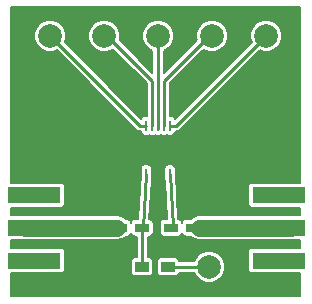
<source format=gbr>
G04 #@! TF.FileFunction,Copper,L1,Top,Signal*
%FSLAX46Y46*%
G04 Gerber Fmt 4.6, Leading zero omitted, Abs format (unit mm)*
G04 Created by KiCad (PCBNEW 4.0.7) date 11/11/17 18:30:26*
%MOMM*%
%LPD*%
G01*
G04 APERTURE LIST*
%ADD10C,0.100000*%
%ADD11C,0.762000*%
%ADD12R,4.500000X1.400000*%
%ADD13R,1.200000X0.750000*%
%ADD14R,1.200000X0.900000*%
%ADD15C,2.000000*%
%ADD16R,0.230000X0.950000*%
%ADD17C,0.250000*%
%ADD18C,1.400000*%
%ADD19C,0.127000*%
G04 APERTURE END LIST*
D10*
D11*
X78867000Y-85471000D03*
X75311000Y-85471000D03*
X70611000Y-85470000D03*
X66611000Y-85470000D03*
X82611000Y-81470000D03*
X78867000Y-81407000D03*
X75184000Y-81407000D03*
X70611000Y-81470000D03*
X66611000Y-81470000D03*
X62611000Y-81470000D03*
X82611000Y-77470000D03*
X78867000Y-77470000D03*
X75057000Y-77470000D03*
X70611000Y-77470000D03*
X66611000Y-77470000D03*
D12*
X83094000Y-86379000D03*
X83094000Y-89154000D03*
X83094000Y-91929000D03*
D13*
X73980000Y-89154000D03*
X75880000Y-89154000D03*
X71562000Y-89154000D03*
X69662000Y-89154000D03*
D14*
X71544000Y-92456000D03*
X73744000Y-92456000D03*
D15*
X82042000Y-72898000D03*
X77470000Y-72898000D03*
X72898000Y-72898000D03*
X68326000Y-72898000D03*
X63754000Y-72898000D03*
D16*
X72898000Y-80500000D03*
X72898000Y-84600000D03*
X72398000Y-84600000D03*
X71898000Y-84600000D03*
X73398000Y-84600000D03*
X73898000Y-84600000D03*
X72398000Y-80500000D03*
X71898000Y-80500000D03*
X73398000Y-80500000D03*
X73898000Y-80500000D03*
D12*
X62393000Y-86379000D03*
X62393000Y-89154000D03*
X62393000Y-91929000D03*
D15*
X77216000Y-92456000D03*
D11*
X62611000Y-77470000D03*
D17*
X73898000Y-84600000D02*
X74152000Y-88982000D01*
X74152000Y-88982000D02*
X73980000Y-89154000D01*
D18*
X84110000Y-89154000D02*
X76388000Y-89154000D01*
D17*
X71562000Y-89154000D02*
X71562000Y-92438000D01*
X71562000Y-92438000D02*
X71544000Y-92456000D01*
X71898000Y-84600000D02*
X71644000Y-89072000D01*
X71644000Y-89072000D02*
X71562000Y-89154000D01*
D18*
X69408000Y-89154000D02*
X61631000Y-89154000D01*
D17*
X77216000Y-92456000D02*
X73744000Y-92456000D01*
X73898000Y-80500000D02*
X74440000Y-80500000D01*
X74440000Y-80500000D02*
X82042000Y-72898000D01*
X82042000Y-72898000D02*
X81754000Y-72898000D01*
X73398000Y-80500000D02*
X73398000Y-76716000D01*
X73398000Y-76716000D02*
X77470000Y-72644000D01*
X72898000Y-80754000D02*
X72898000Y-72898000D01*
X72398000Y-80500000D02*
X72398000Y-76716000D01*
X72398000Y-76716000D02*
X68326000Y-72644000D01*
X71898000Y-80500000D02*
X71356000Y-80500000D01*
X71356000Y-80500000D02*
X63754000Y-72898000D01*
D19*
G36*
X84919790Y-85318871D02*
X80844000Y-85318871D01*
X80713108Y-85343500D01*
X80592893Y-85420857D01*
X80512244Y-85538890D01*
X80483871Y-85679000D01*
X80483871Y-87079000D01*
X80508500Y-87209892D01*
X80585857Y-87330107D01*
X80703890Y-87410756D01*
X80844000Y-87439129D01*
X84919790Y-87439129D01*
X84919790Y-88093871D01*
X80844000Y-88093871D01*
X80807229Y-88100790D01*
X76388000Y-88100790D01*
X75984954Y-88180961D01*
X75643268Y-88409268D01*
X75636851Y-88418871D01*
X75280000Y-88418871D01*
X75149108Y-88443500D01*
X75028893Y-88520857D01*
X74948244Y-88638890D01*
X74930372Y-88727145D01*
X74915500Y-88648108D01*
X74838143Y-88527893D01*
X74720110Y-88447244D01*
X74598590Y-88422636D01*
X74375409Y-84572327D01*
X74373129Y-84563554D01*
X74373129Y-84125000D01*
X74348500Y-83994108D01*
X74271143Y-83873893D01*
X74153110Y-83793244D01*
X74013000Y-83764871D01*
X73783000Y-83764871D01*
X73652108Y-83789500D01*
X73531893Y-83866857D01*
X73451244Y-83984890D01*
X73422871Y-84125000D01*
X73422871Y-84611310D01*
X73420591Y-84627673D01*
X73422871Y-84667007D01*
X73422871Y-85075000D01*
X73447500Y-85205892D01*
X73454761Y-85217176D01*
X73640346Y-88418871D01*
X73380000Y-88418871D01*
X73249108Y-88443500D01*
X73128893Y-88520857D01*
X73048244Y-88638890D01*
X73019871Y-88779000D01*
X73019871Y-89529000D01*
X73044500Y-89659892D01*
X73121857Y-89780107D01*
X73239890Y-89860756D01*
X73380000Y-89889129D01*
X74580000Y-89889129D01*
X74710892Y-89864500D01*
X74831107Y-89787143D01*
X74911756Y-89669110D01*
X74929628Y-89580855D01*
X74944500Y-89659892D01*
X75021857Y-89780107D01*
X75139890Y-89860756D01*
X75280000Y-89889129D01*
X75636851Y-89889129D01*
X75643268Y-89898732D01*
X75984954Y-90127039D01*
X76388000Y-90207210D01*
X80809833Y-90207210D01*
X80844000Y-90214129D01*
X84919790Y-90214129D01*
X84919790Y-90868871D01*
X80844000Y-90868871D01*
X80713108Y-90893500D01*
X80592893Y-90970857D01*
X80512244Y-91088890D01*
X80483871Y-91229000D01*
X80483871Y-92629000D01*
X80508500Y-92759892D01*
X80585857Y-92880107D01*
X80703890Y-92960756D01*
X80844000Y-92989129D01*
X84919790Y-92989129D01*
X84919790Y-94919790D01*
X60480210Y-94919790D01*
X60480210Y-92989129D01*
X64643000Y-92989129D01*
X64773892Y-92964500D01*
X64894107Y-92887143D01*
X64974756Y-92769110D01*
X65003129Y-92629000D01*
X65003129Y-91229000D01*
X64978500Y-91098108D01*
X64901143Y-90977893D01*
X64783110Y-90897244D01*
X64643000Y-90868871D01*
X60480210Y-90868871D01*
X60480210Y-90214129D01*
X64643000Y-90214129D01*
X64679771Y-90207210D01*
X69408000Y-90207210D01*
X69811046Y-90127039D01*
X70152732Y-89898732D01*
X70159149Y-89889129D01*
X70262000Y-89889129D01*
X70392892Y-89864500D01*
X70513107Y-89787143D01*
X70593756Y-89669110D01*
X70611628Y-89580855D01*
X70626500Y-89659892D01*
X70703857Y-89780107D01*
X70821890Y-89860756D01*
X70962000Y-89889129D01*
X71083790Y-89889129D01*
X71083790Y-91645871D01*
X70944000Y-91645871D01*
X70813108Y-91670500D01*
X70692893Y-91747857D01*
X70612244Y-91865890D01*
X70583871Y-92006000D01*
X70583871Y-92906000D01*
X70608500Y-93036892D01*
X70685857Y-93157107D01*
X70803890Y-93237756D01*
X70944000Y-93266129D01*
X72144000Y-93266129D01*
X72274892Y-93241500D01*
X72395107Y-93164143D01*
X72475756Y-93046110D01*
X72504129Y-92906000D01*
X72504129Y-92006000D01*
X72783871Y-92006000D01*
X72783871Y-92906000D01*
X72808500Y-93036892D01*
X72885857Y-93157107D01*
X73003890Y-93237756D01*
X73144000Y-93266129D01*
X74344000Y-93266129D01*
X74474892Y-93241500D01*
X74595107Y-93164143D01*
X74675756Y-93046110D01*
X74698416Y-92934210D01*
X75949417Y-92934210D01*
X76068135Y-93221531D01*
X76448467Y-93602527D01*
X76945649Y-93808975D01*
X77483989Y-93809444D01*
X77981531Y-93603865D01*
X78362527Y-93223533D01*
X78568975Y-92726351D01*
X78569444Y-92188011D01*
X78363865Y-91690469D01*
X77983533Y-91309473D01*
X77486351Y-91103025D01*
X76948011Y-91102556D01*
X76450469Y-91308135D01*
X76069473Y-91688467D01*
X75949336Y-91977790D01*
X74698821Y-91977790D01*
X74679500Y-91875108D01*
X74602143Y-91754893D01*
X74484110Y-91674244D01*
X74344000Y-91645871D01*
X73144000Y-91645871D01*
X73013108Y-91670500D01*
X72892893Y-91747857D01*
X72812244Y-91865890D01*
X72783871Y-92006000D01*
X72504129Y-92006000D01*
X72479500Y-91875108D01*
X72402143Y-91754893D01*
X72284110Y-91674244D01*
X72144000Y-91645871D01*
X72040210Y-91645871D01*
X72040210Y-89889129D01*
X72162000Y-89889129D01*
X72292892Y-89864500D01*
X72413107Y-89787143D01*
X72493756Y-89669110D01*
X72522129Y-89529000D01*
X72522129Y-88779000D01*
X72497500Y-88648108D01*
X72420143Y-88527893D01*
X72302110Y-88447244D01*
X72162000Y-88418871D01*
X72160078Y-88418871D01*
X72341798Y-85219439D01*
X72344756Y-85215110D01*
X72373129Y-85075000D01*
X72373129Y-84667823D01*
X72375441Y-84627117D01*
X72373129Y-84610665D01*
X72373129Y-84125000D01*
X72348500Y-83994108D01*
X72271143Y-83873893D01*
X72153110Y-83793244D01*
X72013000Y-83764871D01*
X71783000Y-83764871D01*
X71652108Y-83789500D01*
X71531893Y-83866857D01*
X71451244Y-83984890D01*
X71422871Y-84125000D01*
X71422871Y-84563946D01*
X71420560Y-84572882D01*
X71202115Y-88418871D01*
X70962000Y-88418871D01*
X70831108Y-88443500D01*
X70710893Y-88520857D01*
X70630244Y-88638890D01*
X70612372Y-88727145D01*
X70597500Y-88648108D01*
X70520143Y-88527893D01*
X70402110Y-88447244D01*
X70262000Y-88418871D01*
X70159149Y-88418871D01*
X70152732Y-88409268D01*
X69811046Y-88180961D01*
X69408000Y-88100790D01*
X64677167Y-88100790D01*
X64643000Y-88093871D01*
X60480210Y-88093871D01*
X60480210Y-87439129D01*
X64643000Y-87439129D01*
X64773892Y-87414500D01*
X64894107Y-87337143D01*
X64974756Y-87219110D01*
X65003129Y-87079000D01*
X65003129Y-85679000D01*
X64978500Y-85548108D01*
X64901143Y-85427893D01*
X64783110Y-85347244D01*
X64643000Y-85318871D01*
X60480210Y-85318871D01*
X60480210Y-73165989D01*
X62400556Y-73165989D01*
X62606135Y-73663531D01*
X62986467Y-74044527D01*
X63483649Y-74250975D01*
X64021989Y-74251444D01*
X64311521Y-74131813D01*
X71017852Y-80838143D01*
X71017854Y-80838146D01*
X71172997Y-80941808D01*
X71203360Y-80947848D01*
X71356000Y-80978211D01*
X71356005Y-80978210D01*
X71423475Y-80978210D01*
X71447500Y-81105892D01*
X71524857Y-81226107D01*
X71642890Y-81306756D01*
X71783000Y-81335129D01*
X72013000Y-81335129D01*
X72143892Y-81310500D01*
X72148078Y-81307807D01*
X72283000Y-81335129D01*
X72513000Y-81335129D01*
X72643892Y-81310500D01*
X72648078Y-81307807D01*
X72783000Y-81335129D01*
X73013000Y-81335129D01*
X73143892Y-81310500D01*
X73148078Y-81307807D01*
X73283000Y-81335129D01*
X73513000Y-81335129D01*
X73643892Y-81310500D01*
X73648078Y-81307807D01*
X73783000Y-81335129D01*
X74013000Y-81335129D01*
X74143892Y-81310500D01*
X74264107Y-81233143D01*
X74344756Y-81115110D01*
X74372479Y-80978210D01*
X74439995Y-80978210D01*
X74440000Y-80978211D01*
X74623003Y-80941808D01*
X74778146Y-80838146D01*
X81484536Y-74131755D01*
X81771649Y-74250975D01*
X82309989Y-74251444D01*
X82807531Y-74045865D01*
X83188527Y-73665533D01*
X83394975Y-73168351D01*
X83395444Y-72630011D01*
X83189865Y-72132469D01*
X82809533Y-71751473D01*
X82312351Y-71545025D01*
X81774011Y-71544556D01*
X81276469Y-71750135D01*
X80895473Y-72130467D01*
X80689025Y-72627649D01*
X80688556Y-73165989D01*
X80808188Y-73455521D01*
X74351841Y-79911867D01*
X74348500Y-79894108D01*
X74271143Y-79773893D01*
X74153110Y-79693244D01*
X74013000Y-79664871D01*
X73876210Y-79664871D01*
X73876210Y-76914082D01*
X76733061Y-74057231D01*
X77199649Y-74250975D01*
X77737989Y-74251444D01*
X78235531Y-74045865D01*
X78616527Y-73665533D01*
X78822975Y-73168351D01*
X78823444Y-72630011D01*
X78617865Y-72132469D01*
X78237533Y-71751473D01*
X77740351Y-71545025D01*
X77202011Y-71544556D01*
X76704469Y-71750135D01*
X76323473Y-72130467D01*
X76117025Y-72627649D01*
X76116556Y-73165989D01*
X76161923Y-73275786D01*
X73376210Y-76061498D01*
X73376210Y-74164583D01*
X73663531Y-74045865D01*
X74044527Y-73665533D01*
X74250975Y-73168351D01*
X74251444Y-72630011D01*
X74045865Y-72132469D01*
X73665533Y-71751473D01*
X73168351Y-71545025D01*
X72630011Y-71544556D01*
X72132469Y-71750135D01*
X71751473Y-72130467D01*
X71545025Y-72627649D01*
X71544556Y-73165989D01*
X71750135Y-73663531D01*
X72130467Y-74044527D01*
X72419790Y-74164664D01*
X72419790Y-76061499D01*
X69634280Y-73275988D01*
X69678975Y-73168351D01*
X69679444Y-72630011D01*
X69473865Y-72132469D01*
X69093533Y-71751473D01*
X68596351Y-71545025D01*
X68058011Y-71544556D01*
X67560469Y-71750135D01*
X67179473Y-72130467D01*
X66973025Y-72627649D01*
X66972556Y-73165989D01*
X67178135Y-73663531D01*
X67558467Y-74044527D01*
X68055649Y-74250975D01*
X68593989Y-74251444D01*
X69063256Y-74057548D01*
X71919790Y-76914081D01*
X71919790Y-79664871D01*
X71783000Y-79664871D01*
X71652108Y-79689500D01*
X71531893Y-79766857D01*
X71451244Y-79884890D01*
X71445508Y-79913217D01*
X64987755Y-73455464D01*
X65106975Y-73168351D01*
X65107444Y-72630011D01*
X64901865Y-72132469D01*
X64521533Y-71751473D01*
X64024351Y-71545025D01*
X63486011Y-71544556D01*
X62988469Y-71750135D01*
X62607473Y-72130467D01*
X62401025Y-72627649D01*
X62400556Y-73165989D01*
X60480210Y-73165989D01*
X60480210Y-70480210D01*
X84919790Y-70480210D01*
X84919790Y-85318871D01*
X84919790Y-85318871D01*
G37*
X84919790Y-85318871D02*
X80844000Y-85318871D01*
X80713108Y-85343500D01*
X80592893Y-85420857D01*
X80512244Y-85538890D01*
X80483871Y-85679000D01*
X80483871Y-87079000D01*
X80508500Y-87209892D01*
X80585857Y-87330107D01*
X80703890Y-87410756D01*
X80844000Y-87439129D01*
X84919790Y-87439129D01*
X84919790Y-88093871D01*
X80844000Y-88093871D01*
X80807229Y-88100790D01*
X76388000Y-88100790D01*
X75984954Y-88180961D01*
X75643268Y-88409268D01*
X75636851Y-88418871D01*
X75280000Y-88418871D01*
X75149108Y-88443500D01*
X75028893Y-88520857D01*
X74948244Y-88638890D01*
X74930372Y-88727145D01*
X74915500Y-88648108D01*
X74838143Y-88527893D01*
X74720110Y-88447244D01*
X74598590Y-88422636D01*
X74375409Y-84572327D01*
X74373129Y-84563554D01*
X74373129Y-84125000D01*
X74348500Y-83994108D01*
X74271143Y-83873893D01*
X74153110Y-83793244D01*
X74013000Y-83764871D01*
X73783000Y-83764871D01*
X73652108Y-83789500D01*
X73531893Y-83866857D01*
X73451244Y-83984890D01*
X73422871Y-84125000D01*
X73422871Y-84611310D01*
X73420591Y-84627673D01*
X73422871Y-84667007D01*
X73422871Y-85075000D01*
X73447500Y-85205892D01*
X73454761Y-85217176D01*
X73640346Y-88418871D01*
X73380000Y-88418871D01*
X73249108Y-88443500D01*
X73128893Y-88520857D01*
X73048244Y-88638890D01*
X73019871Y-88779000D01*
X73019871Y-89529000D01*
X73044500Y-89659892D01*
X73121857Y-89780107D01*
X73239890Y-89860756D01*
X73380000Y-89889129D01*
X74580000Y-89889129D01*
X74710892Y-89864500D01*
X74831107Y-89787143D01*
X74911756Y-89669110D01*
X74929628Y-89580855D01*
X74944500Y-89659892D01*
X75021857Y-89780107D01*
X75139890Y-89860756D01*
X75280000Y-89889129D01*
X75636851Y-89889129D01*
X75643268Y-89898732D01*
X75984954Y-90127039D01*
X76388000Y-90207210D01*
X80809833Y-90207210D01*
X80844000Y-90214129D01*
X84919790Y-90214129D01*
X84919790Y-90868871D01*
X80844000Y-90868871D01*
X80713108Y-90893500D01*
X80592893Y-90970857D01*
X80512244Y-91088890D01*
X80483871Y-91229000D01*
X80483871Y-92629000D01*
X80508500Y-92759892D01*
X80585857Y-92880107D01*
X80703890Y-92960756D01*
X80844000Y-92989129D01*
X84919790Y-92989129D01*
X84919790Y-94919790D01*
X60480210Y-94919790D01*
X60480210Y-92989129D01*
X64643000Y-92989129D01*
X64773892Y-92964500D01*
X64894107Y-92887143D01*
X64974756Y-92769110D01*
X65003129Y-92629000D01*
X65003129Y-91229000D01*
X64978500Y-91098108D01*
X64901143Y-90977893D01*
X64783110Y-90897244D01*
X64643000Y-90868871D01*
X60480210Y-90868871D01*
X60480210Y-90214129D01*
X64643000Y-90214129D01*
X64679771Y-90207210D01*
X69408000Y-90207210D01*
X69811046Y-90127039D01*
X70152732Y-89898732D01*
X70159149Y-89889129D01*
X70262000Y-89889129D01*
X70392892Y-89864500D01*
X70513107Y-89787143D01*
X70593756Y-89669110D01*
X70611628Y-89580855D01*
X70626500Y-89659892D01*
X70703857Y-89780107D01*
X70821890Y-89860756D01*
X70962000Y-89889129D01*
X71083790Y-89889129D01*
X71083790Y-91645871D01*
X70944000Y-91645871D01*
X70813108Y-91670500D01*
X70692893Y-91747857D01*
X70612244Y-91865890D01*
X70583871Y-92006000D01*
X70583871Y-92906000D01*
X70608500Y-93036892D01*
X70685857Y-93157107D01*
X70803890Y-93237756D01*
X70944000Y-93266129D01*
X72144000Y-93266129D01*
X72274892Y-93241500D01*
X72395107Y-93164143D01*
X72475756Y-93046110D01*
X72504129Y-92906000D01*
X72504129Y-92006000D01*
X72783871Y-92006000D01*
X72783871Y-92906000D01*
X72808500Y-93036892D01*
X72885857Y-93157107D01*
X73003890Y-93237756D01*
X73144000Y-93266129D01*
X74344000Y-93266129D01*
X74474892Y-93241500D01*
X74595107Y-93164143D01*
X74675756Y-93046110D01*
X74698416Y-92934210D01*
X75949417Y-92934210D01*
X76068135Y-93221531D01*
X76448467Y-93602527D01*
X76945649Y-93808975D01*
X77483989Y-93809444D01*
X77981531Y-93603865D01*
X78362527Y-93223533D01*
X78568975Y-92726351D01*
X78569444Y-92188011D01*
X78363865Y-91690469D01*
X77983533Y-91309473D01*
X77486351Y-91103025D01*
X76948011Y-91102556D01*
X76450469Y-91308135D01*
X76069473Y-91688467D01*
X75949336Y-91977790D01*
X74698821Y-91977790D01*
X74679500Y-91875108D01*
X74602143Y-91754893D01*
X74484110Y-91674244D01*
X74344000Y-91645871D01*
X73144000Y-91645871D01*
X73013108Y-91670500D01*
X72892893Y-91747857D01*
X72812244Y-91865890D01*
X72783871Y-92006000D01*
X72504129Y-92006000D01*
X72479500Y-91875108D01*
X72402143Y-91754893D01*
X72284110Y-91674244D01*
X72144000Y-91645871D01*
X72040210Y-91645871D01*
X72040210Y-89889129D01*
X72162000Y-89889129D01*
X72292892Y-89864500D01*
X72413107Y-89787143D01*
X72493756Y-89669110D01*
X72522129Y-89529000D01*
X72522129Y-88779000D01*
X72497500Y-88648108D01*
X72420143Y-88527893D01*
X72302110Y-88447244D01*
X72162000Y-88418871D01*
X72160078Y-88418871D01*
X72341798Y-85219439D01*
X72344756Y-85215110D01*
X72373129Y-85075000D01*
X72373129Y-84667823D01*
X72375441Y-84627117D01*
X72373129Y-84610665D01*
X72373129Y-84125000D01*
X72348500Y-83994108D01*
X72271143Y-83873893D01*
X72153110Y-83793244D01*
X72013000Y-83764871D01*
X71783000Y-83764871D01*
X71652108Y-83789500D01*
X71531893Y-83866857D01*
X71451244Y-83984890D01*
X71422871Y-84125000D01*
X71422871Y-84563946D01*
X71420560Y-84572882D01*
X71202115Y-88418871D01*
X70962000Y-88418871D01*
X70831108Y-88443500D01*
X70710893Y-88520857D01*
X70630244Y-88638890D01*
X70612372Y-88727145D01*
X70597500Y-88648108D01*
X70520143Y-88527893D01*
X70402110Y-88447244D01*
X70262000Y-88418871D01*
X70159149Y-88418871D01*
X70152732Y-88409268D01*
X69811046Y-88180961D01*
X69408000Y-88100790D01*
X64677167Y-88100790D01*
X64643000Y-88093871D01*
X60480210Y-88093871D01*
X60480210Y-87439129D01*
X64643000Y-87439129D01*
X64773892Y-87414500D01*
X64894107Y-87337143D01*
X64974756Y-87219110D01*
X65003129Y-87079000D01*
X65003129Y-85679000D01*
X64978500Y-85548108D01*
X64901143Y-85427893D01*
X64783110Y-85347244D01*
X64643000Y-85318871D01*
X60480210Y-85318871D01*
X60480210Y-73165989D01*
X62400556Y-73165989D01*
X62606135Y-73663531D01*
X62986467Y-74044527D01*
X63483649Y-74250975D01*
X64021989Y-74251444D01*
X64311521Y-74131813D01*
X71017852Y-80838143D01*
X71017854Y-80838146D01*
X71172997Y-80941808D01*
X71203360Y-80947848D01*
X71356000Y-80978211D01*
X71356005Y-80978210D01*
X71423475Y-80978210D01*
X71447500Y-81105892D01*
X71524857Y-81226107D01*
X71642890Y-81306756D01*
X71783000Y-81335129D01*
X72013000Y-81335129D01*
X72143892Y-81310500D01*
X72148078Y-81307807D01*
X72283000Y-81335129D01*
X72513000Y-81335129D01*
X72643892Y-81310500D01*
X72648078Y-81307807D01*
X72783000Y-81335129D01*
X73013000Y-81335129D01*
X73143892Y-81310500D01*
X73148078Y-81307807D01*
X73283000Y-81335129D01*
X73513000Y-81335129D01*
X73643892Y-81310500D01*
X73648078Y-81307807D01*
X73783000Y-81335129D01*
X74013000Y-81335129D01*
X74143892Y-81310500D01*
X74264107Y-81233143D01*
X74344756Y-81115110D01*
X74372479Y-80978210D01*
X74439995Y-80978210D01*
X74440000Y-80978211D01*
X74623003Y-80941808D01*
X74778146Y-80838146D01*
X81484536Y-74131755D01*
X81771649Y-74250975D01*
X82309989Y-74251444D01*
X82807531Y-74045865D01*
X83188527Y-73665533D01*
X83394975Y-73168351D01*
X83395444Y-72630011D01*
X83189865Y-72132469D01*
X82809533Y-71751473D01*
X82312351Y-71545025D01*
X81774011Y-71544556D01*
X81276469Y-71750135D01*
X80895473Y-72130467D01*
X80689025Y-72627649D01*
X80688556Y-73165989D01*
X80808188Y-73455521D01*
X74351841Y-79911867D01*
X74348500Y-79894108D01*
X74271143Y-79773893D01*
X74153110Y-79693244D01*
X74013000Y-79664871D01*
X73876210Y-79664871D01*
X73876210Y-76914082D01*
X76733061Y-74057231D01*
X77199649Y-74250975D01*
X77737989Y-74251444D01*
X78235531Y-74045865D01*
X78616527Y-73665533D01*
X78822975Y-73168351D01*
X78823444Y-72630011D01*
X78617865Y-72132469D01*
X78237533Y-71751473D01*
X77740351Y-71545025D01*
X77202011Y-71544556D01*
X76704469Y-71750135D01*
X76323473Y-72130467D01*
X76117025Y-72627649D01*
X76116556Y-73165989D01*
X76161923Y-73275786D01*
X73376210Y-76061498D01*
X73376210Y-74164583D01*
X73663531Y-74045865D01*
X74044527Y-73665533D01*
X74250975Y-73168351D01*
X74251444Y-72630011D01*
X74045865Y-72132469D01*
X73665533Y-71751473D01*
X73168351Y-71545025D01*
X72630011Y-71544556D01*
X72132469Y-71750135D01*
X71751473Y-72130467D01*
X71545025Y-72627649D01*
X71544556Y-73165989D01*
X71750135Y-73663531D01*
X72130467Y-74044527D01*
X72419790Y-74164664D01*
X72419790Y-76061499D01*
X69634280Y-73275988D01*
X69678975Y-73168351D01*
X69679444Y-72630011D01*
X69473865Y-72132469D01*
X69093533Y-71751473D01*
X68596351Y-71545025D01*
X68058011Y-71544556D01*
X67560469Y-71750135D01*
X67179473Y-72130467D01*
X66973025Y-72627649D01*
X66972556Y-73165989D01*
X67178135Y-73663531D01*
X67558467Y-74044527D01*
X68055649Y-74250975D01*
X68593989Y-74251444D01*
X69063256Y-74057548D01*
X71919790Y-76914081D01*
X71919790Y-79664871D01*
X71783000Y-79664871D01*
X71652108Y-79689500D01*
X71531893Y-79766857D01*
X71451244Y-79884890D01*
X71445508Y-79913217D01*
X64987755Y-73455464D01*
X65106975Y-73168351D01*
X65107444Y-72630011D01*
X64901865Y-72132469D01*
X64521533Y-71751473D01*
X64024351Y-71545025D01*
X63486011Y-71544556D01*
X62988469Y-71750135D01*
X62607473Y-72130467D01*
X62401025Y-72627649D01*
X62400556Y-73165989D01*
X60480210Y-73165989D01*
X60480210Y-70480210D01*
X84919790Y-70480210D01*
X84919790Y-85318871D01*
M02*

</source>
